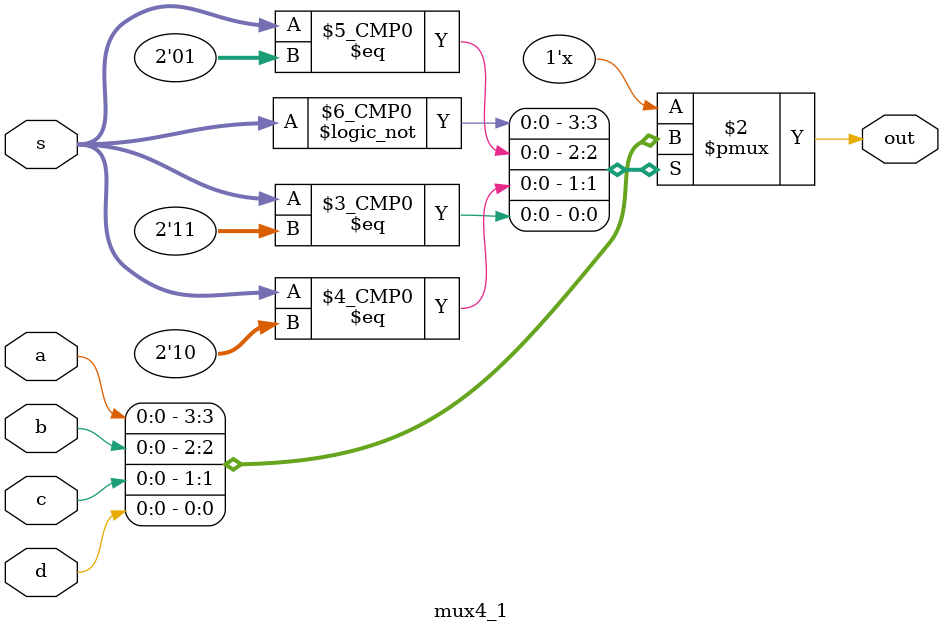
<source format=v>
module mux4_1(output reg out, input wire a, b, c, d, input wire [1:0] s);
  always @(a, b, c, d, s) begin
    case (s)
      2'b00 : out = a;
      2'b01 : out = b;
      2'b10 : out = c;
      2'b11 : out = d;
      default: out = 1'bx;   
    endcase
  end
endmodule
</source>
